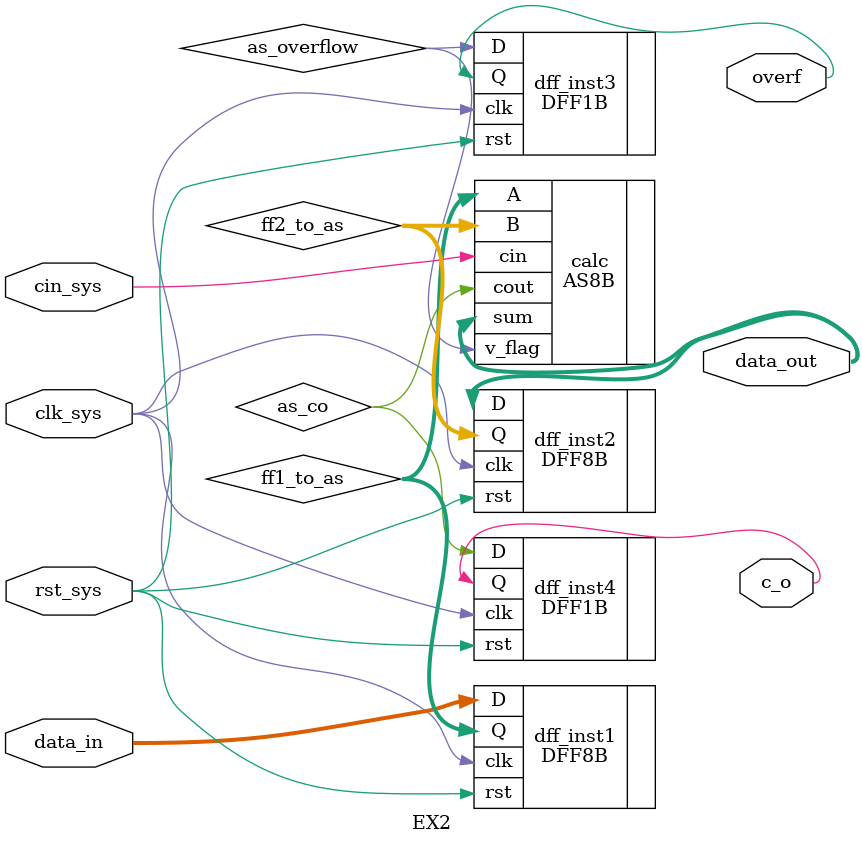
<source format=sv>
module EX2
(
	input logic clk_sys,				//KEY1
	input logic rst_sys,				//KEY0
	input logic cin_sys,				
	input logic [7:0] data_in,		//SW
	output logic [7:0] data_out,	//LEDR
	output logic overf,				//LEDG
	output logic c_o					//LEDG
);

wire [7:0] ff1_to_as;
wire [7:0] ff2_to_as;
wire as_co;
wire as_overflow;
//Instantiate ADDER 8 bit:
AS8B calc
(
	.A (ff1_to_as),
	.B (ff2_to_as),
	.cin (cin_sys),
	.sum (data_out),
	.cout(as_co),
	.v_flag(as_overflow)
);
	

//Because we have 4 D-flip flops so we need to instantiate them:
// D-flip flop no.1	----> INTO ADDER
DFF8B dff_inst1 			
(
	.clk (clk_sys),
	.rst (rst_sys),
	.D (data_in),
	.Q (ff1_to_as)
);

// D-flip flop no.2	----> OUTA ADDER
DFF8B dff_inst2
(
	.clk (clk_sys),
	.rst (rst_sys),
	.D (data_out),
	.Q (ff2_to_as)
);

// D-flip flop no.3	----> OVERFLOW FLAG
DFF1B dff_inst3
(
	.clk (clk_sys),
	.rst (rst_sys),
	.D (as_overflow),
	.Q (overf)
);	

// D-flip flop no.4	----> c_o FLAG
DFF1B dff_inst4
(
	.clk (clk_sys),
	.rst (rst_sys),
	.D (as_co),
	.Q (c_o)
);

endmodule

	
</source>
